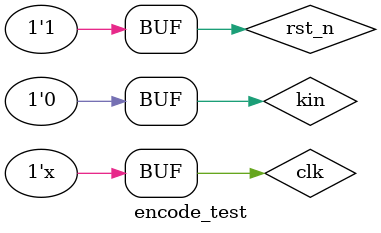
<source format=v>
`timescale 1 ns/ 1 ns
module encode_test();
reg clk;
reg rst_n;
reg kin;
reg [7:0]datain;
wire [9:0]dataout;
wire valid;


encode inst(
.clk(clk),
.rst_n(rst_n),
.kin(kin),
.datain(datain),
.dataout(dataout),
.valid(valid)

);

initial 
    begin
        clk=1'b0;
        kin=1'b0;
    end
initial
    begin
        #0 rst_n=1'b0;
        #200 rst_n=1'b1;
    end        
always  #5 clk=~clk;
 always @(posedge clk or negedge rst_n)
 begin
     if(!rst_n)
        begin
        datain<=8'hbc;
        end
      else
        begin
        datain<=datain+1'b1;
        end   
 end
endmodule 
</source>
